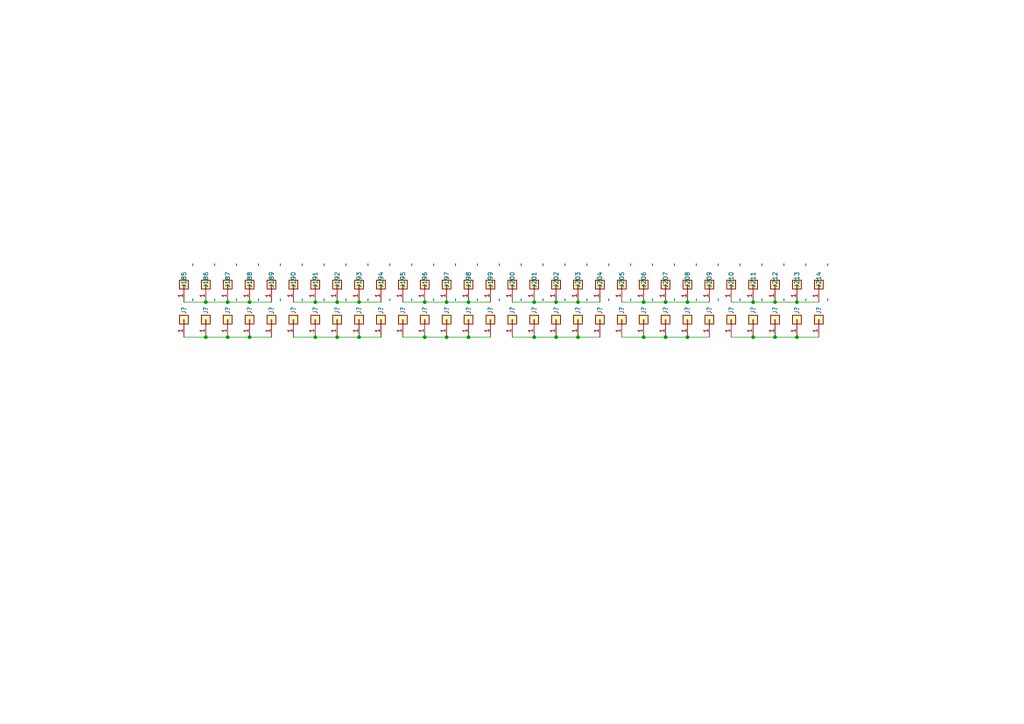
<source format=kicad_sch>
(kicad_sch (version 20211123) (generator eeschema)
  (paper "A4")
  (lib_symbols
    (symbol "Connector_Generic:Conn_01x01" (pin_names (offset 1.016) hide)
      (property "Reference" "J" (at 0 2.54 0))
      (property "Value" "Conn_01x01" (at 0 -2.54 0))
      (symbol "Conn_01x01_1_1"
        (rectangle (start -1.27 0.127) (end 0 -0.127) (stroke (width 0.1524)))
        (rectangle (start -1.27 1.27) (end 1.27 -1.27) (stroke (width 0.254)) (fill (type background)))
        (pin passive line (at -5.08 0 0) (length 3.81) (name "Pin_1") (number "1"))
      )
    )
  )
  (junction (at 186.69 97.79))
  (junction (at 161.29 87.63))
  (junction (at 193.04 97.79))
  (junction (at 66.04 87.63))
  (junction (at 104.14 97.79))
  (junction (at 97.79 97.79))
  (junction (at 218.44 87.63))
  (junction (at 199.39 87.63))
  (junction (at 154.94 97.79))
  (junction (at 129.54 87.63))
  (junction (at 91.44 87.63))
  (junction (at 66.04 97.79))
  (junction (at 231.14 87.63))
  (junction (at 91.44 97.79))
  (junction (at 218.44 97.79))
  (junction (at 199.39 97.79))
  (junction (at 224.79 87.63))
  (junction (at 193.04 87.63))
  (junction (at 72.39 97.79))
  (junction (at 59.69 97.79))
  (junction (at 104.14 87.63))
  (junction (at 123.19 97.79))
  (junction (at 135.89 87.63))
  (junction (at 186.69 87.63))
  (junction (at 123.19 87.63))
  (junction (at 154.94 87.63))
  (junction (at 97.79 87.63))
  (junction (at 167.64 87.63))
  (junction (at 135.89 97.79))
  (junction (at 72.39 87.63))
  (junction (at 231.14 97.79))
  (junction (at 129.54 97.79))
  (junction (at 167.64 97.79))
  (junction (at 161.29 97.79))
  (junction (at 224.79 97.79))
  (junction (at 59.69 87.63))
  (wire (pts (xy 212.09 97.79) (xy 218.44 97.79)))
  (wire (pts (xy 72.39 97.79) (xy 78.74 97.79)))
  (wire (pts (xy 72.39 87.63) (xy 78.74 87.63)))
  (wire (pts (xy 193.04 97.79) (xy 199.39 97.79)))
  (wire (pts (xy 85.09 97.79) (xy 91.44 97.79)))
  (wire (pts (xy 66.04 97.79) (xy 72.39 97.79)))
  (wire (pts (xy 193.04 87.63) (xy 199.39 87.63)))
  (wire (pts (xy 97.79 87.63) (xy 104.14 87.63)))
  (wire (pts (xy 212.09 87.63) (xy 218.44 87.63)))
  (wire (pts (xy 199.39 87.63) (xy 205.74 87.63)))
  (wire (pts (xy 85.09 87.63) (xy 91.44 87.63)))
  (wire (pts (xy 218.44 97.79) (xy 224.79 97.79)))
  (wire (pts (xy 135.89 87.63) (xy 142.24 87.63)))
  (wire (pts (xy 116.84 87.63) (xy 123.19 87.63)))
  (wire (pts (xy 135.89 97.79) (xy 142.24 97.79)))
  (wire (pts (xy 53.34 87.63) (xy 59.69 87.63)))
  (wire (pts (xy 53.34 97.79) (xy 59.69 97.79)))
  (wire (pts (xy 180.34 87.63) (xy 186.69 87.63)))
  (wire (pts (xy 180.34 97.79) (xy 186.69 97.79)))
  (wire (pts (xy 148.59 87.63) (xy 154.94 87.63)))
  (wire (pts (xy 161.29 97.79) (xy 167.64 97.79)))
  (wire (pts (xy 161.29 87.63) (xy 167.64 87.63)))
  (wire (pts (xy 218.44 87.63) (xy 224.79 87.63)))
  (wire (pts (xy 59.69 87.63) (xy 66.04 87.63)))
  (wire (pts (xy 148.59 97.79) (xy 154.94 97.79)))
  (wire (pts (xy 186.69 97.79) (xy 193.04 97.79)))
  (wire (pts (xy 186.69 87.63) (xy 193.04 87.63)))
  (wire (pts (xy 123.19 87.63) (xy 129.54 87.63)))
  (wire (pts (xy 91.44 87.63) (xy 97.79 87.63)))
  (wire (pts (xy 104.14 87.63) (xy 110.49 87.63)))
  (wire (pts (xy 59.69 97.79) (xy 66.04 97.79)))
  (wire (pts (xy 224.79 87.63) (xy 231.14 87.63)))
  (wire (pts (xy 199.39 97.79) (xy 205.74 97.79)))
  (wire (pts (xy 154.94 87.63) (xy 161.29 87.63)))
  (wire (pts (xy 104.14 97.79) (xy 110.49 97.79)))
  (wire (pts (xy 97.79 97.79) (xy 104.14 97.79)))
  (wire (pts (xy 116.84 97.79) (xy 123.19 97.79)))
  (wire (pts (xy 66.04 87.63) (xy 72.39 87.63)))
  (wire (pts (xy 231.14 97.79) (xy 237.49 97.79)))
  (wire (pts (xy 129.54 97.79) (xy 135.89 97.79)))
  (wire (pts (xy 154.94 97.79) (xy 161.29 97.79)))
  (wire (pts (xy 167.64 97.79) (xy 173.99 97.79)))
  (wire (pts (xy 129.54 87.63) (xy 135.89 87.63)))
  (wire (pts (xy 231.14 87.63) (xy 237.49 87.63)))
  (wire (pts (xy 224.79 97.79) (xy 231.14 97.79)))
  (wire (pts (xy 123.19 97.79) (xy 129.54 97.79)))
  (wire (pts (xy 91.44 97.79) (xy 97.79 97.79)))
  (wire (pts (xy 167.64 87.63) (xy 173.99 87.63)))
  (symbol (lib_id "Connector_Generic:Conn_01x01") (at 173.99 82.55 90) (unit 1)
    (property "Reference" "J204" (at 173.99 78.74 0) (effects (justify right)))
    (property "Value" "~" (at 176.53 76.2 0) (effects (justify right)))
    (property "Footprint" "ao_tht:Perf_Board_Hole" (effects hide))
  )
  (symbol (lib_id "Connector_Generic:Conn_01x01") (at 231.14 92.71 90) (unit 1)
    (property "Reference" "J?" (at 231.14 88.9 0) (effects (justify right)))
    (property "Value" "~" (at 233.68 86.36 0) (effects (justify right)))
    (property "Footprint" "ao_tht:Perf_Board_Hole" (effects hide))
  )
  (symbol (lib_id "Connector_Generic:Conn_01x01") (at 104.14 92.71 90) (unit 1)
    (property "Reference" "J?" (at 104.14 88.9 0) (effects (justify right)))
    (property "Value" "~" (at 106.68 86.36 0) (effects (justify right)))
    (property "Footprint" "ao_tht:Perf_Board_Hole" (effects hide))
  )
  (symbol (lib_id "Connector_Generic:Conn_01x01") (at 110.49 92.71 90) (unit 1)
    (property "Reference" "J?" (at 110.49 88.9 0) (effects (justify right)))
    (property "Value" "~" (at 113.03 86.36 0) (effects (justify right)))
    (property "Footprint" "ao_tht:Perf_Board_Hole" (effects hide))
  )
  (symbol (lib_id "Connector_Generic:Conn_01x01") (at 72.39 92.71 90) (unit 1)
    (property "Reference" "J?" (at 72.39 88.9 0) (effects (justify right)))
    (property "Value" "~" (at 74.93 86.36 0) (effects (justify right)))
    (property "Footprint" "ao_tht:Perf_Board_Hole" (effects hide))
  )
  (symbol (lib_id "Connector_Generic:Conn_01x01") (at 135.89 92.71 90) (unit 1)
    (property "Reference" "J?" (at 135.89 88.9 0) (effects (justify right)))
    (property "Value" "~" (at 138.43 86.36 0) (effects (justify right)))
    (property "Footprint" "ao_tht:Perf_Board_Hole" (effects hide))
  )
  (symbol (lib_id "Connector_Generic:Conn_01x01") (at 224.79 82.55 90) (unit 1)
    (property "Reference" "J212" (at 224.79 78.74 0) (effects (justify right)))
    (property "Value" "~" (at 227.33 76.2 0) (effects (justify right)))
    (property "Footprint" "ao_tht:Perf_Board_Hole" (effects hide))
  )
  (symbol (lib_id "Connector_Generic:Conn_01x01") (at 193.04 92.71 90) (unit 1)
    (property "Reference" "J?" (at 193.04 88.9 0) (effects (justify right)))
    (property "Value" "~" (at 195.58 86.36 0) (effects (justify right)))
    (property "Footprint" "ao_tht:Perf_Board_Hole" (effects hide))
  )
  (symbol (lib_id "Connector_Generic:Conn_01x01") (at 91.44 82.55 90) (unit 1)
    (property "Reference" "J191" (at 91.44 78.74 0) (effects (justify right)))
    (property "Value" "~" (at 93.98 76.2 0) (effects (justify right)))
    (property "Footprint" "ao_tht:Perf_Board_Hole" (effects hide))
  )
  (symbol (lib_id "Connector_Generic:Conn_01x01") (at 129.54 92.71 90) (unit 1)
    (property "Reference" "J?" (at 129.54 88.9 0) (effects (justify right)))
    (property "Value" "~" (at 132.08 86.36 0) (effects (justify right)))
    (property "Footprint" "ao_tht:Perf_Board_Hole" (effects hide))
  )
  (symbol (lib_id "Connector_Generic:Conn_01x01") (at 231.14 82.55 90) (unit 1)
    (property "Reference" "J213" (at 231.14 78.74 0) (effects (justify right)))
    (property "Value" "~" (at 233.68 76.2 0) (effects (justify right)))
    (property "Footprint" "ao_tht:Perf_Board_Hole" (effects hide))
  )
  (symbol (lib_id "Connector_Generic:Conn_01x01") (at 237.49 92.71 90) (unit 1)
    (property "Reference" "J?" (at 237.49 88.9 0) (effects (justify right)))
    (property "Value" "~" (at 240.03 86.36 0) (effects (justify right)))
    (property "Footprint" "ao_tht:Perf_Board_Hole" (effects hide))
  )
  (symbol (lib_id "Connector_Generic:Conn_01x01") (at 180.34 92.71 90) (unit 1)
    (property "Reference" "J?" (at 180.34 88.9 0) (effects (justify right)))
    (property "Value" "~" (at 182.88 86.36 0) (effects (justify right)))
    (property "Footprint" "ao_tht:Perf_Board_Hole" (effects hide))
  )
  (symbol (lib_id "Connector_Generic:Conn_01x01") (at 142.24 92.71 90) (unit 1)
    (property "Reference" "J?" (at 142.24 88.9 0) (effects (justify right)))
    (property "Value" "~" (at 144.78 86.36 0) (effects (justify right)))
    (property "Footprint" "ao_tht:Perf_Board_Hole" (effects hide))
  )
  (symbol (lib_id "Connector_Generic:Conn_01x01") (at 218.44 92.71 90) (unit 1)
    (property "Reference" "J?" (at 218.44 88.9 0) (effects (justify right)))
    (property "Value" "~" (at 220.98 86.36 0) (effects (justify right)))
    (property "Footprint" "ao_tht:Perf_Board_Hole" (effects hide))
  )
  (symbol (lib_id "Connector_Generic:Conn_01x01") (at 161.29 82.55 90) (unit 1)
    (property "Reference" "J202" (at 161.29 78.74 0) (effects (justify right)))
    (property "Value" "~" (at 163.83 76.2 0) (effects (justify right)))
    (property "Footprint" "ao_tht:Perf_Board_Hole" (effects hide))
  )
  (symbol (lib_id "Connector_Generic:Conn_01x01") (at 205.74 92.71 90) (unit 1)
    (property "Reference" "J?" (at 205.74 88.9 0) (effects (justify right)))
    (property "Value" "~" (at 208.28 86.36 0) (effects (justify right)))
    (property "Footprint" "ao_tht:Perf_Board_Hole" (effects hide))
  )
  (symbol (lib_id "Connector_Generic:Conn_01x01") (at 104.14 82.55 90) (unit 1)
    (property "Reference" "J193" (at 104.14 78.74 0) (effects (justify right)))
    (property "Value" "~" (at 106.68 76.2 0) (effects (justify right)))
    (property "Footprint" "ao_tht:Perf_Board_Hole" (effects hide))
  )
  (symbol (lib_id "Connector_Generic:Conn_01x01") (at 91.44 92.71 90) (unit 1)
    (property "Reference" "J?" (at 91.44 88.9 0) (effects (justify right)))
    (property "Value" "~" (at 93.98 86.36 0) (effects (justify right)))
    (property "Footprint" "ao_tht:Perf_Board_Hole" (effects hide))
  )
  (symbol (lib_id "Connector_Generic:Conn_01x01") (at 97.79 82.55 90) (unit 1)
    (property "Reference" "J192" (at 97.79 78.74 0) (effects (justify right)))
    (property "Value" "~" (at 100.33 76.2 0) (effects (justify right)))
    (property "Footprint" "ao_tht:Perf_Board_Hole" (effects hide))
  )
  (symbol (lib_id "Connector_Generic:Conn_01x01") (at 78.74 92.71 90) (unit 1)
    (property "Reference" "J?" (at 78.74 88.9 0) (effects (justify right)))
    (property "Value" "~" (at 81.28 86.36 0) (effects (justify right)))
    (property "Footprint" "ao_tht:Perf_Board_Hole" (effects hide))
  )
  (symbol (lib_id "Connector_Generic:Conn_01x01") (at 186.69 82.55 90) (unit 1)
    (property "Reference" "J206" (at 186.69 78.74 0) (effects (justify right)))
    (property "Value" "~" (at 189.23 76.2 0) (effects (justify right)))
    (property "Footprint" "ao_tht:Perf_Board_Hole" (effects hide))
  )
  (symbol (lib_id "Connector_Generic:Conn_01x01") (at 123.19 92.71 90) (unit 1)
    (property "Reference" "J?" (at 123.19 88.9 0) (effects (justify right)))
    (property "Value" "~" (at 125.73 86.36 0) (effects (justify right)))
    (property "Footprint" "ao_tht:Perf_Board_Hole" (effects hide))
  )
  (symbol (lib_id "Connector_Generic:Conn_01x01") (at 59.69 92.71 90) (unit 1)
    (property "Reference" "J?" (at 59.69 88.9 0) (effects (justify right)))
    (property "Value" "~" (at 62.23 86.36 0) (effects (justify right)))
    (property "Footprint" "ao_tht:Perf_Board_Hole" (effects hide))
  )
  (symbol (lib_id "Connector_Generic:Conn_01x01") (at 212.09 82.55 90) (unit 1)
    (property "Reference" "J210" (at 212.09 78.74 0) (effects (justify right)))
    (property "Value" "~" (at 214.63 76.2 0) (effects (justify right)))
    (property "Footprint" "ao_tht:Perf_Board_Hole" (effects hide))
  )
  (symbol (lib_id "Connector_Generic:Conn_01x01") (at 193.04 82.55 90) (unit 1)
    (property "Reference" "J207" (at 193.04 78.74 0) (effects (justify right)))
    (property "Value" "~" (at 195.58 76.2 0) (effects (justify right)))
    (property "Footprint" "ao_tht:Perf_Board_Hole" (effects hide))
  )
  (symbol (lib_id "Connector_Generic:Conn_01x01") (at 85.09 82.55 90) (unit 1)
    (property "Reference" "J190" (at 85.09 78.74 0) (effects (justify right)))
    (property "Value" "~" (at 87.63 76.2 0) (effects (justify right)))
    (property "Footprint" "ao_tht:Perf_Board_Hole" (effects hide))
  )
  (symbol (lib_id "Connector_Generic:Conn_01x01") (at 110.49 82.55 90) (unit 1)
    (property "Reference" "J194" (at 110.49 78.74 0) (effects (justify right)))
    (property "Value" "~" (at 113.03 76.2 0) (effects (justify right)))
    (property "Footprint" "ao_tht:Perf_Board_Hole" (effects hide))
  )
  (symbol (lib_id "Connector_Generic:Conn_01x01") (at 135.89 82.55 90) (unit 1)
    (property "Reference" "J198" (at 135.89 78.74 0) (effects (justify right)))
    (property "Value" "~" (at 138.43 76.2 0) (effects (justify right)))
    (property "Footprint" "ao_tht:Perf_Board_Hole" (effects hide))
  )
  (symbol (lib_id "Connector_Generic:Conn_01x01") (at 212.09 92.71 90) (unit 1)
    (property "Reference" "J?" (at 212.09 88.9 0) (effects (justify right)))
    (property "Value" "~" (at 214.63 86.36 0) (effects (justify right)))
    (property "Footprint" "ao_tht:Perf_Board_Hole" (effects hide))
  )
  (symbol (lib_id "Connector_Generic:Conn_01x01") (at 148.59 82.55 90) (unit 1)
    (property "Reference" "J200" (at 148.59 78.74 0) (effects (justify right)))
    (property "Value" "~" (at 151.13 76.2 0) (effects (justify right)))
    (property "Footprint" "ao_tht:Perf_Board_Hole" (effects hide))
  )
  (symbol (lib_id "Connector_Generic:Conn_01x01") (at 180.34 82.55 90) (unit 1)
    (property "Reference" "J205" (at 180.34 78.74 0) (effects (justify right)))
    (property "Value" "~" (at 182.88 76.2 0) (effects (justify right)))
    (property "Footprint" "ao_tht:Perf_Board_Hole" (effects hide))
  )
  (symbol (lib_id "Connector_Generic:Conn_01x01") (at 78.74 82.55 90) (unit 1)
    (property "Reference" "J189" (at 78.74 78.74 0) (effects (justify right)))
    (property "Value" "~" (at 81.28 76.2 0) (effects (justify right)))
    (property "Footprint" "ao_tht:Perf_Board_Hole" (effects hide))
  )
  (symbol (lib_id "Connector_Generic:Conn_01x01") (at 173.99 92.71 90) (unit 1)
    (property "Reference" "J?" (at 173.99 88.9 0) (effects (justify right)))
    (property "Value" "~" (at 176.53 86.36 0) (effects (justify right)))
    (property "Footprint" "ao_tht:Perf_Board_Hole" (effects hide))
  )
  (symbol (lib_id "Connector_Generic:Conn_01x01") (at 53.34 82.55 90) (unit 1)
    (property "Reference" "J185" (at 53.34 78.74 0) (effects (justify right)))
    (property "Value" "~" (at 55.88 76.2 0) (effects (justify right)))
    (property "Footprint" "ao_tht:Perf_Board_Hole" (effects hide))
  )
  (symbol (lib_id "Connector_Generic:Conn_01x01") (at 53.34 92.71 90) (unit 1)
    (property "Reference" "J?" (at 53.34 88.9 0) (effects (justify right)))
    (property "Value" "~" (at 55.88 86.36 0) (effects (justify right)))
    (property "Footprint" "ao_tht:Perf_Board_Hole" (effects hide))
  )
  (symbol (lib_id "Connector_Generic:Conn_01x01") (at 167.64 92.71 90) (unit 1)
    (property "Reference" "J?" (at 167.64 88.9 0) (effects (justify right)))
    (property "Value" "~" (at 170.18 86.36 0) (effects (justify right)))
    (property "Footprint" "ao_tht:Perf_Board_Hole" (effects hide))
  )
  (symbol (lib_id "Connector_Generic:Conn_01x01") (at 72.39 82.55 90) (unit 1)
    (property "Reference" "J188" (at 72.39 78.74 0) (effects (justify right)))
    (property "Value" "~" (at 74.93 76.2 0) (effects (justify right)))
    (property "Footprint" "ao_tht:Perf_Board_Hole" (effects hide))
  )
  (symbol (lib_id "Connector_Generic:Conn_01x01") (at 186.69 92.71 90) (unit 1)
    (property "Reference" "J?" (at 186.69 88.9 0) (effects (justify right)))
    (property "Value" "~" (at 189.23 86.36 0) (effects (justify right)))
    (property "Footprint" "ao_tht:Perf_Board_Hole" (effects hide))
  )
  (symbol (lib_id "Connector_Generic:Conn_01x01") (at 161.29 92.71 90) (unit 1)
    (property "Reference" "J?" (at 161.29 88.9 0) (effects (justify right)))
    (property "Value" "~" (at 163.83 86.36 0) (effects (justify right)))
    (property "Footprint" "ao_tht:Perf_Board_Hole" (effects hide))
  )
  (symbol (lib_id "Connector_Generic:Conn_01x01") (at 66.04 92.71 90) (unit 1)
    (property "Reference" "J?" (at 66.04 88.9 0) (effects (justify right)))
    (property "Value" "~" (at 68.58 86.36 0) (effects (justify right)))
    (property "Footprint" "ao_tht:Perf_Board_Hole" (effects hide))
  )
  (symbol (lib_id "Connector_Generic:Conn_01x01") (at 205.74 82.55 90) (unit 1)
    (property "Reference" "J209" (at 205.74 78.74 0) (effects (justify right)))
    (property "Value" "~" (at 208.28 76.2 0) (effects (justify right)))
    (property "Footprint" "ao_tht:Perf_Board_Hole" (effects hide))
  )
  (symbol (lib_id "Connector_Generic:Conn_01x01") (at 129.54 82.55 90) (unit 1)
    (property "Reference" "J197" (at 129.54 78.74 0) (effects (justify right)))
    (property "Value" "~" (at 132.08 76.2 0) (effects (justify right)))
    (property "Footprint" "ao_tht:Perf_Board_Hole" (effects hide))
  )
  (symbol (lib_id "Connector_Generic:Conn_01x01") (at 116.84 82.55 90) (unit 1)
    (property "Reference" "J195" (at 116.84 78.74 0) (effects (justify right)))
    (property "Value" "~" (at 119.38 76.2 0) (effects (justify right)))
    (property "Footprint" "ao_tht:Perf_Board_Hole" (effects hide))
  )
  (symbol (lib_id "Connector_Generic:Conn_01x01") (at 148.59 92.71 90) (unit 1)
    (property "Reference" "J?" (at 148.59 88.9 0) (effects (justify right)))
    (property "Value" "~" (at 151.13 86.36 0) (effects (justify right)))
    (property "Footprint" "ao_tht:Perf_Board_Hole" (effects hide))
  )
  (symbol (lib_id "Connector_Generic:Conn_01x01") (at 218.44 82.55 90) (unit 1)
    (property "Reference" "J211" (at 218.44 78.74 0) (effects (justify right)))
    (property "Value" "~" (at 220.98 76.2 0) (effects (justify right)))
    (property "Footprint" "ao_tht:Perf_Board_Hole" (effects hide))
  )
  (symbol (lib_id "Connector_Generic:Conn_01x01") (at 116.84 92.71 90) (unit 1)
    (property "Reference" "J?" (at 116.84 88.9 0) (effects (justify right)))
    (property "Value" "~" (at 119.38 86.36 0) (effects (justify right)))
    (property "Footprint" "ao_tht:Perf_Board_Hole" (effects hide))
  )
  (symbol (lib_id "Connector_Generic:Conn_01x01") (at 199.39 92.71 90) (unit 1)
    (property "Reference" "J?" (at 199.39 88.9 0) (effects (justify right)))
    (property "Value" "~" (at 201.93 86.36 0) (effects (justify right)))
    (property "Footprint" "ao_tht:Perf_Board_Hole" (effects hide))
  )
  (symbol (lib_id "Connector_Generic:Conn_01x01") (at 123.19 82.55 90) (unit 1)
    (property "Reference" "J196" (at 123.19 78.74 0) (effects (justify right)))
    (property "Value" "~" (at 125.73 76.2 0) (effects (justify right)))
    (property "Footprint" "ao_tht:Perf_Board_Hole" (effects hide))
  )
  (symbol (lib_id "Connector_Generic:Conn_01x01") (at 154.94 82.55 90) (unit 1)
    (property "Reference" "J201" (at 154.94 78.74 0) (effects (justify right)))
    (property "Value" "~" (at 157.48 76.2 0) (effects (justify right)))
    (property "Footprint" "ao_tht:Perf_Board_Hole" (effects hide))
  )
  (symbol (lib_id "Connector_Generic:Conn_01x01") (at 199.39 82.55 90) (unit 1)
    (property "Reference" "J208" (at 199.39 78.74 0) (effects (justify right)))
    (property "Value" "~" (at 201.93 76.2 0) (effects (justify right)))
    (property "Footprint" "ao_tht:Perf_Board_Hole" (effects hide))
  )
  (symbol (lib_id "Connector_Generic:Conn_01x01") (at 154.94 92.71 90) (unit 1)
    (property "Reference" "J?" (at 154.94 88.9 0) (effects (justify right)))
    (property "Value" "~" (at 157.48 86.36 0) (effects (justify right)))
    (property "Footprint" "ao_tht:Perf_Board_Hole" (effects hide))
  )
  (symbol (lib_id "Connector_Generic:Conn_01x01") (at 97.79 92.71 90) (unit 1)
    (property "Reference" "J?" (at 97.79 88.9 0) (effects (justify right)))
    (property "Value" "~" (at 100.33 86.36 0) (effects (justify right)))
    (property "Footprint" "ao_tht:Perf_Board_Hole" (effects hide))
  )
  (symbol (lib_id "Connector_Generic:Conn_01x01") (at 237.49 82.55 90) (unit 1)
    (property "Reference" "J214" (at 237.49 78.74 0) (effects (justify right)))
    (property "Value" "~" (at 240.03 76.2 0) (effects (justify right)))
    (property "Footprint" "ao_tht:Perf_Board_Hole" (effects hide))
  )
  (symbol (lib_id "Connector_Generic:Conn_01x01") (at 85.09 92.71 90) (unit 1)
    (property "Reference" "J?" (at 85.09 88.9 0) (effects (justify right)))
    (property "Value" "~" (at 87.63 86.36 0) (effects (justify right)))
    (property "Footprint" "ao_tht:Perf_Board_Hole" (effects hide))
  )
  (symbol (lib_id "Connector_Generic:Conn_01x01") (at 167.64 82.55 90) (unit 1)
    (property "Reference" "J203" (at 167.64 78.74 0) (effects (justify right)))
    (property "Value" "~" (at 170.18 76.2 0) (effects (justify right)))
    (property "Footprint" "ao_tht:Perf_Board_Hole" (effects hide))
  )
  (symbol (lib_id "Connector_Generic:Conn_01x01") (at 224.79 92.71 90) (unit 1)
    (property "Reference" "J?" (at 224.79 88.9 0) (effects (justify right)))
    (property "Value" "~" (at 227.33 86.36 0) (effects (justify right)))
    (property "Footprint" "ao_tht:Perf_Board_Hole" (effects hide))
  )
  (symbol (lib_id "Connector_Generic:Conn_01x01") (at 66.04 82.55 90) (unit 1)
    (property "Reference" "J187" (at 66.04 78.74 0) (effects (justify right)))
    (property "Value" "~" (at 68.58 76.2 0) (effects (justify right)))
    (property "Footprint" "ao_tht:Perf_Board_Hole" (effects hide))
  )
  (symbol (lib_id "Connector_Generic:Conn_01x01") (at 142.24 82.55 90) (unit 1)
    (property "Reference" "J199" (at 142.24 78.74 0) (effects (justify right)))
    (property "Value" "~" (at 144.78 76.2 0) (effects (justify right)))
    (property "Footprint" "ao_tht:Perf_Board_Hole" (effects hide))
  )
  (symbol (lib_id "Connector_Generic:Conn_01x01") (at 59.69 82.55 90) (unit 1)
    (property "Reference" "J186" (at 59.69 78.74 0) (effects (justify right)))
    (property "Value" "~" (at 62.23 76.2 0) (effects (justify right)))
    (property "Footprint" "ao_tht:Perf_Board_Hole" (effects hide))
  )
)
</source>
